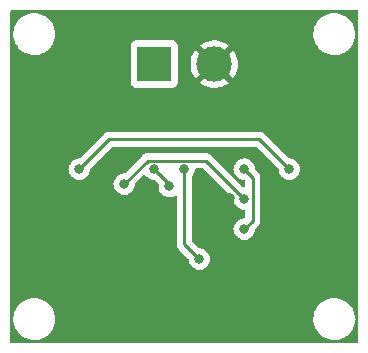
<source format=gbr>
%TF.GenerationSoftware,KiCad,Pcbnew,(6.0.10)*%
%TF.CreationDate,2023-02-16T14:14:42-08:00*%
%TF.ProjectId,Exercise 2,45786572-6369-4736-9520-322e6b696361,rev?*%
%TF.SameCoordinates,Original*%
%TF.FileFunction,Copper,L2,Bot*%
%TF.FilePolarity,Positive*%
%FSLAX46Y46*%
G04 Gerber Fmt 4.6, Leading zero omitted, Abs format (unit mm)*
G04 Created by KiCad (PCBNEW (6.0.10)) date 2023-02-16 14:14:42*
%MOMM*%
%LPD*%
G01*
G04 APERTURE LIST*
%TA.AperFunction,ComponentPad*%
%ADD10R,3.000000X3.000000*%
%TD*%
%TA.AperFunction,ComponentPad*%
%ADD11C,3.000000*%
%TD*%
%TA.AperFunction,ViaPad*%
%ADD12C,0.800000*%
%TD*%
%TA.AperFunction,Conductor*%
%ADD13C,0.254000*%
%TD*%
G04 APERTURE END LIST*
D10*
%TO.P,J1,1,Pin_1*%
%TO.N,GND*%
X154940000Y-81280000D03*
D11*
%TO.P,J1,2,Pin_2*%
%TO.N,+9V*%
X160020000Y-81280000D03*
%TD*%
D12*
%TO.N,U1 Pin 2*%
X162560000Y-95250000D03*
X162560000Y-90170000D03*
%TO.N,GND*%
X154940000Y-90170000D03*
X156210000Y-91623500D03*
%TO.N,Net-(C2-Pad1)*%
X158750000Y-97790000D03*
X157480000Y-90170500D03*
%TO.N,+9V*%
X152400000Y-93436500D03*
X152400000Y-97790000D03*
X161337224Y-92618500D03*
X151130000Y-91983500D03*
%TO.N,Net-(R1-Pad2)*%
X152400000Y-91440000D03*
X162560000Y-92710000D03*
%TO.N,U1 Pin 3*%
X148590000Y-90170000D03*
X166370000Y-90170000D03*
%TD*%
D13*
%TO.N,U1 Pin 2*%
X163287000Y-90897000D02*
X162560000Y-90170000D01*
X163287000Y-94523000D02*
X163287000Y-90897000D01*
X162560000Y-95250000D02*
X163287000Y-94523000D01*
%TO.N,GND*%
X156210000Y-91440000D02*
X154940000Y-90170000D01*
X156210000Y-91623500D02*
X156210000Y-91440000D01*
%TO.N,Net-(C2-Pad1)*%
X157480000Y-96520000D02*
X158750000Y-97790000D01*
X157480000Y-90170500D02*
X157480000Y-96520000D01*
%TO.N,Net-(R1-Pad2)*%
X154396500Y-89443500D02*
X159293500Y-89443500D01*
X152400000Y-91440000D02*
X154396500Y-89443500D01*
X159293500Y-89443500D02*
X162560000Y-92710000D01*
%TO.N,U1 Pin 3*%
X151130000Y-87630000D02*
X148590000Y-90170000D01*
X163830000Y-87630000D02*
X151130000Y-87630000D01*
X166370000Y-90170000D02*
X163830000Y-87630000D01*
%TD*%
%TA.AperFunction,Conductor*%
%TO.N,+9V*%
G36*
X144685096Y-76715235D02*
G01*
X144688436Y-76713150D01*
X144722349Y-76708500D01*
X170062158Y-76708500D01*
X170085096Y-76715235D01*
X170088436Y-76713150D01*
X170122349Y-76708500D01*
X172085500Y-76708500D01*
X172153621Y-76728502D01*
X172200114Y-76782158D01*
X172211500Y-76834500D01*
X172211500Y-78681666D01*
X172191498Y-78749787D01*
X172173242Y-78765605D01*
X172179370Y-78769404D01*
X172209909Y-78833497D01*
X172211500Y-78853454D01*
X172211500Y-102811666D01*
X172191498Y-102879787D01*
X172173242Y-102895605D01*
X172179370Y-102899404D01*
X172209909Y-102963497D01*
X172211500Y-102983454D01*
X172211500Y-104775500D01*
X172191498Y-104843621D01*
X172137842Y-104890114D01*
X172085500Y-104901500D01*
X170275610Y-104901500D01*
X170218628Y-104884769D01*
X170196660Y-104897697D01*
X170165936Y-104901500D01*
X144875610Y-104901500D01*
X144818628Y-104884769D01*
X144796660Y-104897697D01*
X144765936Y-104901500D01*
X142874500Y-104901500D01*
X142806379Y-104881498D01*
X142759886Y-104827842D01*
X142748500Y-104775500D01*
X142748500Y-102896621D01*
X142765069Y-102840191D01*
X142981944Y-102840191D01*
X142995396Y-102861123D01*
X143000355Y-102890576D01*
X143009582Y-103082679D01*
X143009583Y-103082686D01*
X143009807Y-103087352D01*
X143010720Y-103091941D01*
X143035811Y-103218080D01*
X143061378Y-103346616D01*
X143062957Y-103351014D01*
X143062959Y-103351021D01*
X143134294Y-103549704D01*
X143150704Y-103595410D01*
X143152921Y-103599536D01*
X143220301Y-103724936D01*
X143275822Y-103828267D01*
X143278617Y-103832011D01*
X143278619Y-103832013D01*
X143361743Y-103943329D01*
X143433985Y-104040073D01*
X143437292Y-104043351D01*
X143437297Y-104043357D01*
X143536879Y-104142073D01*
X143621718Y-104226174D01*
X143834896Y-104382483D01*
X143839031Y-104384659D01*
X143839035Y-104384661D01*
X143962293Y-104449510D01*
X144068836Y-104505565D01*
X144318400Y-104592716D01*
X144322993Y-104593588D01*
X144573515Y-104641151D01*
X144573518Y-104641151D01*
X144578104Y-104642022D01*
X144770883Y-104649597D01*
X144821419Y-104666618D01*
X144840112Y-104654604D01*
X144861892Y-104650249D01*
X144935339Y-104642205D01*
X145105015Y-104623622D01*
X145109526Y-104622434D01*
X145109528Y-104622434D01*
X145356124Y-104557511D01*
X145356126Y-104557510D01*
X145360647Y-104556320D01*
X145475191Y-104507108D01*
X145599229Y-104453817D01*
X145599231Y-104453816D01*
X145603523Y-104451972D01*
X145828307Y-104312871D01*
X145844788Y-104298919D01*
X146026496Y-104145093D01*
X146026498Y-104145091D01*
X146030063Y-104142073D01*
X146204356Y-103943329D01*
X146278367Y-103828267D01*
X146344831Y-103724936D01*
X146347359Y-103721006D01*
X146455930Y-103479988D01*
X146527683Y-103225570D01*
X146561043Y-102963340D01*
X146563487Y-102870000D01*
X146560018Y-102823314D01*
X168397124Y-102823314D01*
X168398856Y-102859368D01*
X168409807Y-103087352D01*
X168410720Y-103091941D01*
X168435811Y-103218080D01*
X168461378Y-103346616D01*
X168462957Y-103351014D01*
X168462959Y-103351021D01*
X168534294Y-103549704D01*
X168550704Y-103595410D01*
X168552921Y-103599536D01*
X168620301Y-103724936D01*
X168675822Y-103828267D01*
X168678617Y-103832011D01*
X168678619Y-103832013D01*
X168761743Y-103943329D01*
X168833985Y-104040073D01*
X168837292Y-104043351D01*
X168837297Y-104043357D01*
X168936879Y-104142073D01*
X169021718Y-104226174D01*
X169234896Y-104382483D01*
X169239031Y-104384659D01*
X169239035Y-104384661D01*
X169362293Y-104449510D01*
X169468836Y-104505565D01*
X169718400Y-104592716D01*
X169722993Y-104593588D01*
X169973515Y-104641151D01*
X169973518Y-104641151D01*
X169978104Y-104642022D01*
X170170883Y-104649597D01*
X170221419Y-104666618D01*
X170240112Y-104654604D01*
X170261892Y-104650249D01*
X170335339Y-104642205D01*
X170505015Y-104623622D01*
X170509526Y-104622434D01*
X170509528Y-104622434D01*
X170756124Y-104557511D01*
X170756126Y-104557510D01*
X170760647Y-104556320D01*
X170875191Y-104507108D01*
X170999229Y-104453817D01*
X170999231Y-104453816D01*
X171003523Y-104451972D01*
X171228307Y-104312871D01*
X171244788Y-104298919D01*
X171426496Y-104145093D01*
X171426498Y-104145091D01*
X171430063Y-104142073D01*
X171604356Y-103943329D01*
X171678367Y-103828267D01*
X171744831Y-103724936D01*
X171747359Y-103721006D01*
X171855930Y-103479988D01*
X171927683Y-103225570D01*
X171960507Y-102967553D01*
X171988946Y-102902501D01*
X171996804Y-102897268D01*
X171964604Y-102847164D01*
X171959846Y-102821004D01*
X171944243Y-102611036D01*
X171944242Y-102611032D01*
X171943897Y-102606384D01*
X171885557Y-102348559D01*
X171870028Y-102308626D01*
X171791442Y-102106542D01*
X171791441Y-102106540D01*
X171789749Y-102102189D01*
X171763535Y-102056323D01*
X171660897Y-101876745D01*
X171658578Y-101872687D01*
X171494925Y-101665094D01*
X171302385Y-101483970D01*
X171265212Y-101458182D01*
X171089026Y-101335958D01*
X171089021Y-101335955D01*
X171085188Y-101333296D01*
X171080997Y-101331229D01*
X170852294Y-101218445D01*
X170852291Y-101218444D01*
X170848106Y-101216380D01*
X170791150Y-101198148D01*
X170600792Y-101137214D01*
X170600794Y-101137214D01*
X170596347Y-101135791D01*
X170453825Y-101112580D01*
X170340053Y-101094051D01*
X170340052Y-101094051D01*
X170335441Y-101093300D01*
X170203281Y-101091570D01*
X170075798Y-101089901D01*
X170075795Y-101089901D01*
X170071121Y-101089840D01*
X169809192Y-101125486D01*
X169804702Y-101126795D01*
X169804696Y-101126796D01*
X169696732Y-101158265D01*
X169555410Y-101199457D01*
X169551163Y-101201415D01*
X169551160Y-101201416D01*
X169460950Y-101243004D01*
X169315348Y-101310127D01*
X169311439Y-101312690D01*
X169098195Y-101452499D01*
X169098190Y-101452503D01*
X169094282Y-101455065D01*
X168897067Y-101631086D01*
X168728036Y-101834324D01*
X168590901Y-102060314D01*
X168589095Y-102064622D01*
X168589094Y-102064623D01*
X168500233Y-102276534D01*
X168488677Y-102304091D01*
X168487526Y-102308623D01*
X168487525Y-102308626D01*
X168465082Y-102396996D01*
X168423608Y-102560301D01*
X168397124Y-102823314D01*
X146560018Y-102823314D01*
X146559152Y-102811666D01*
X146544243Y-102611036D01*
X146544242Y-102611032D01*
X146543897Y-102606384D01*
X146485557Y-102348559D01*
X146470028Y-102308626D01*
X146391442Y-102106542D01*
X146391441Y-102106540D01*
X146389749Y-102102189D01*
X146363535Y-102056323D01*
X146260897Y-101876745D01*
X146258578Y-101872687D01*
X146094925Y-101665094D01*
X145902385Y-101483970D01*
X145865212Y-101458182D01*
X145689026Y-101335958D01*
X145689021Y-101335955D01*
X145685188Y-101333296D01*
X145680997Y-101331229D01*
X145452294Y-101218445D01*
X145452291Y-101218444D01*
X145448106Y-101216380D01*
X145391150Y-101198148D01*
X145200792Y-101137214D01*
X145200794Y-101137214D01*
X145196347Y-101135791D01*
X145053825Y-101112580D01*
X144940053Y-101094051D01*
X144940052Y-101094051D01*
X144935441Y-101093300D01*
X144803281Y-101091570D01*
X144675798Y-101089901D01*
X144675795Y-101089901D01*
X144671121Y-101089840D01*
X144409192Y-101125486D01*
X144404702Y-101126795D01*
X144404696Y-101126796D01*
X144296732Y-101158265D01*
X144155410Y-101199457D01*
X144151163Y-101201415D01*
X144151160Y-101201416D01*
X144060950Y-101243004D01*
X143915348Y-101310127D01*
X143911439Y-101312690D01*
X143698195Y-101452499D01*
X143698190Y-101452503D01*
X143694282Y-101455065D01*
X143497067Y-101631086D01*
X143328036Y-101834324D01*
X143190901Y-102060314D01*
X143189095Y-102064622D01*
X143189094Y-102064623D01*
X143100233Y-102276534D01*
X143088677Y-102304091D01*
X143087526Y-102308623D01*
X143087525Y-102308626D01*
X143065082Y-102396996D01*
X143023608Y-102560301D01*
X143023139Y-102564959D01*
X142999866Y-102796083D01*
X142981944Y-102840191D01*
X142765069Y-102840191D01*
X142766039Y-102836888D01*
X142750656Y-102806666D01*
X142748500Y-102783459D01*
X142748500Y-91440000D01*
X151486496Y-91440000D01*
X151506458Y-91629928D01*
X151565473Y-91811556D01*
X151660960Y-91976944D01*
X151788747Y-92118866D01*
X151943248Y-92231118D01*
X151949276Y-92233802D01*
X151949278Y-92233803D01*
X152092244Y-92297455D01*
X152117712Y-92308794D01*
X152211112Y-92328647D01*
X152298056Y-92347128D01*
X152298061Y-92347128D01*
X152304513Y-92348500D01*
X152495487Y-92348500D01*
X152501939Y-92347128D01*
X152501944Y-92347128D01*
X152588888Y-92328647D01*
X152682288Y-92308794D01*
X152707756Y-92297455D01*
X152850722Y-92233803D01*
X152850724Y-92233802D01*
X152856752Y-92231118D01*
X153011253Y-92118866D01*
X153139040Y-91976944D01*
X153234527Y-91811556D01*
X153293542Y-91629928D01*
X153310575Y-91467867D01*
X153337588Y-91402210D01*
X153346790Y-91391942D01*
X154026920Y-90711812D01*
X154089232Y-90677786D01*
X154160047Y-90682851D01*
X154209650Y-90716595D01*
X154328747Y-90848866D01*
X154483248Y-90961118D01*
X154489276Y-90963802D01*
X154489278Y-90963803D01*
X154548949Y-90990370D01*
X154657712Y-91038794D01*
X154751113Y-91058647D01*
X154838056Y-91077128D01*
X154838061Y-91077128D01*
X154844513Y-91078500D01*
X154897578Y-91078500D01*
X154965699Y-91098502D01*
X154986673Y-91115405D01*
X155272856Y-91401588D01*
X155306882Y-91463900D01*
X155309071Y-91503853D01*
X155296496Y-91623500D01*
X155297186Y-91630065D01*
X155315601Y-91805271D01*
X155316458Y-91813428D01*
X155375473Y-91995056D01*
X155470960Y-92160444D01*
X155475378Y-92165351D01*
X155475379Y-92165352D01*
X155534595Y-92231118D01*
X155598747Y-92302366D01*
X155753248Y-92414618D01*
X155759276Y-92417302D01*
X155759278Y-92417303D01*
X155905995Y-92482625D01*
X155927712Y-92492294D01*
X156021112Y-92512147D01*
X156108056Y-92530628D01*
X156108061Y-92530628D01*
X156114513Y-92532000D01*
X156305487Y-92532000D01*
X156311939Y-92530628D01*
X156311944Y-92530628D01*
X156398888Y-92512147D01*
X156492288Y-92492294D01*
X156666752Y-92414618D01*
X156667944Y-92417296D01*
X156724514Y-92403581D01*
X156791602Y-92426811D01*
X156835481Y-92482625D01*
X156844500Y-92529437D01*
X156844500Y-96440980D01*
X156843970Y-96452214D01*
X156842292Y-96459719D01*
X156842541Y-96467638D01*
X156844438Y-96528012D01*
X156844500Y-96531969D01*
X156844500Y-96559983D01*
X156844996Y-96563908D01*
X156844996Y-96563909D01*
X156845008Y-96564004D01*
X156845941Y-96575849D01*
X156847335Y-96620205D01*
X156849547Y-96627817D01*
X156853013Y-96639748D01*
X156857023Y-96659112D01*
X156859573Y-96679299D01*
X156862489Y-96686663D01*
X156862490Y-96686668D01*
X156875907Y-96720556D01*
X156879752Y-96731785D01*
X156892131Y-96774393D01*
X156896169Y-96781220D01*
X156896170Y-96781223D01*
X156902488Y-96791906D01*
X156911188Y-96809664D01*
X156915761Y-96821215D01*
X156915765Y-96821221D01*
X156918681Y-96828588D01*
X156942592Y-96861498D01*
X156944764Y-96864488D01*
X156951281Y-96874410D01*
X156969826Y-96905768D01*
X156969829Y-96905772D01*
X156973866Y-96912598D01*
X156988250Y-96926982D01*
X157001091Y-96942016D01*
X157013058Y-96958487D01*
X157019166Y-96963540D01*
X157047255Y-96986777D01*
X157056035Y-96994767D01*
X157803210Y-97741942D01*
X157837236Y-97804254D01*
X157839425Y-97817865D01*
X157856458Y-97979928D01*
X157915473Y-98161556D01*
X158010960Y-98326944D01*
X158138747Y-98468866D01*
X158293248Y-98581118D01*
X158299276Y-98583802D01*
X158299278Y-98583803D01*
X158461681Y-98656109D01*
X158467712Y-98658794D01*
X158561113Y-98678647D01*
X158648056Y-98697128D01*
X158648061Y-98697128D01*
X158654513Y-98698500D01*
X158845487Y-98698500D01*
X158851939Y-98697128D01*
X158851944Y-98697128D01*
X158938887Y-98678647D01*
X159032288Y-98658794D01*
X159038319Y-98656109D01*
X159200722Y-98583803D01*
X159200724Y-98583802D01*
X159206752Y-98581118D01*
X159361253Y-98468866D01*
X159489040Y-98326944D01*
X159584527Y-98161556D01*
X159643542Y-97979928D01*
X159663504Y-97790000D01*
X159643542Y-97600072D01*
X159584527Y-97418444D01*
X159489040Y-97253056D01*
X159361253Y-97111134D01*
X159206752Y-96998882D01*
X159200724Y-96996198D01*
X159200722Y-96996197D01*
X159038319Y-96923891D01*
X159038318Y-96923891D01*
X159032288Y-96921206D01*
X158938888Y-96901353D01*
X158851944Y-96882872D01*
X158851939Y-96882872D01*
X158845487Y-96881500D01*
X158792423Y-96881500D01*
X158724302Y-96861498D01*
X158703328Y-96844595D01*
X158152405Y-96293672D01*
X158118379Y-96231360D01*
X158115500Y-96204577D01*
X158115500Y-90870803D01*
X158135502Y-90802682D01*
X158147864Y-90786493D01*
X158214621Y-90712352D01*
X158214622Y-90712351D01*
X158219040Y-90707444D01*
X158314527Y-90542056D01*
X158373542Y-90360428D01*
X158374285Y-90353365D01*
X158391262Y-90191830D01*
X158418275Y-90126173D01*
X158476497Y-90085543D01*
X158516572Y-90079000D01*
X158978078Y-90079000D01*
X159046199Y-90099002D01*
X159067173Y-90115905D01*
X161613210Y-92661943D01*
X161647236Y-92724255D01*
X161649425Y-92737868D01*
X161666458Y-92899928D01*
X161725473Y-93081556D01*
X161820960Y-93246944D01*
X161948747Y-93388866D01*
X162103248Y-93501118D01*
X162109276Y-93503802D01*
X162109278Y-93503803D01*
X162271681Y-93576109D01*
X162277712Y-93578794D01*
X162371113Y-93598647D01*
X162458056Y-93617128D01*
X162458061Y-93617128D01*
X162464513Y-93618500D01*
X162525500Y-93618500D01*
X162593621Y-93638502D01*
X162640114Y-93692158D01*
X162651500Y-93744500D01*
X162651500Y-94207577D01*
X162631498Y-94275698D01*
X162614595Y-94296672D01*
X162606672Y-94304595D01*
X162544360Y-94338621D01*
X162517577Y-94341500D01*
X162464513Y-94341500D01*
X162458061Y-94342872D01*
X162458056Y-94342872D01*
X162371112Y-94361353D01*
X162277712Y-94381206D01*
X162271682Y-94383891D01*
X162271681Y-94383891D01*
X162109278Y-94456197D01*
X162109276Y-94456198D01*
X162103248Y-94458882D01*
X161948747Y-94571134D01*
X161820960Y-94713056D01*
X161725473Y-94878444D01*
X161666458Y-95060072D01*
X161646496Y-95250000D01*
X161666458Y-95439928D01*
X161725473Y-95621556D01*
X161820960Y-95786944D01*
X161948747Y-95928866D01*
X162103248Y-96041118D01*
X162109276Y-96043802D01*
X162109278Y-96043803D01*
X162271681Y-96116109D01*
X162277712Y-96118794D01*
X162371112Y-96138647D01*
X162458056Y-96157128D01*
X162458061Y-96157128D01*
X162464513Y-96158500D01*
X162655487Y-96158500D01*
X162661939Y-96157128D01*
X162661944Y-96157128D01*
X162748887Y-96138647D01*
X162842288Y-96118794D01*
X162848319Y-96116109D01*
X163010722Y-96043803D01*
X163010724Y-96043802D01*
X163016752Y-96041118D01*
X163171253Y-95928866D01*
X163299040Y-95786944D01*
X163394527Y-95621556D01*
X163453542Y-95439928D01*
X163470575Y-95277867D01*
X163497588Y-95212210D01*
X163506790Y-95201942D01*
X163680477Y-95028255D01*
X163688803Y-95020678D01*
X163695303Y-95016553D01*
X163742101Y-94966718D01*
X163744855Y-94963877D01*
X163764638Y-94944094D01*
X163767129Y-94940883D01*
X163774838Y-94931856D01*
X163799789Y-94905286D01*
X163805217Y-94899506D01*
X163815022Y-94881671D01*
X163825876Y-94865147D01*
X163833491Y-94855330D01*
X163833492Y-94855329D01*
X163838349Y-94849067D01*
X163855969Y-94808350D01*
X163861192Y-94797689D01*
X163878749Y-94765753D01*
X163878751Y-94765748D01*
X163882569Y-94758803D01*
X163884539Y-94751129D01*
X163884542Y-94751122D01*
X163887632Y-94739087D01*
X163894036Y-94720382D01*
X163898967Y-94708987D01*
X163902117Y-94701708D01*
X163909060Y-94657873D01*
X163911467Y-94646251D01*
X163922500Y-94603282D01*
X163922500Y-94582935D01*
X163924051Y-94563224D01*
X163925995Y-94550950D01*
X163927235Y-94543121D01*
X163923059Y-94498944D01*
X163922500Y-94487086D01*
X163922500Y-90976020D01*
X163923030Y-90964786D01*
X163924708Y-90957281D01*
X163922562Y-90888988D01*
X163922500Y-90885031D01*
X163922500Y-90857017D01*
X163921992Y-90852996D01*
X163921058Y-90841144D01*
X163920471Y-90822437D01*
X163919665Y-90796795D01*
X163913987Y-90777251D01*
X163909977Y-90757888D01*
X163908420Y-90745560D01*
X163908420Y-90745558D01*
X163907427Y-90737701D01*
X163904511Y-90730337D01*
X163904510Y-90730332D01*
X163891093Y-90696444D01*
X163887248Y-90685215D01*
X163883188Y-90671241D01*
X163874869Y-90642607D01*
X163864510Y-90625091D01*
X163855813Y-90607341D01*
X163848319Y-90588412D01*
X163822240Y-90552517D01*
X163815722Y-90542595D01*
X163797170Y-90511224D01*
X163797166Y-90511219D01*
X163793134Y-90504401D01*
X163778747Y-90490014D01*
X163765906Y-90474980D01*
X163758602Y-90464927D01*
X163753942Y-90458513D01*
X163719750Y-90430227D01*
X163710971Y-90422238D01*
X163506790Y-90218057D01*
X163472764Y-90155745D01*
X163470575Y-90142132D01*
X163454232Y-89986635D01*
X163454232Y-89986633D01*
X163453542Y-89980072D01*
X163394527Y-89798444D01*
X163299040Y-89633056D01*
X163171253Y-89491134D01*
X163016752Y-89378882D01*
X163010724Y-89376198D01*
X163010722Y-89376197D01*
X162848319Y-89303891D01*
X162848318Y-89303891D01*
X162842288Y-89301206D01*
X162748887Y-89281353D01*
X162661944Y-89262872D01*
X162661939Y-89262872D01*
X162655487Y-89261500D01*
X162464513Y-89261500D01*
X162458061Y-89262872D01*
X162458056Y-89262872D01*
X162371113Y-89281353D01*
X162277712Y-89301206D01*
X162271682Y-89303891D01*
X162271681Y-89303891D01*
X162109278Y-89376197D01*
X162109276Y-89376198D01*
X162103248Y-89378882D01*
X161948747Y-89491134D01*
X161820960Y-89633056D01*
X161725473Y-89798444D01*
X161666458Y-89980072D01*
X161665768Y-89986633D01*
X161665768Y-89986635D01*
X161651547Y-90121942D01*
X161646496Y-90170000D01*
X161666458Y-90359928D01*
X161725473Y-90541556D01*
X161728776Y-90547278D01*
X161728777Y-90547279D01*
X161750121Y-90584247D01*
X161820960Y-90706944D01*
X161825378Y-90711851D01*
X161825379Y-90711852D01*
X161903653Y-90798784D01*
X161925222Y-90843728D01*
X161946184Y-90848288D01*
X161959859Y-90856939D01*
X162103248Y-90961118D01*
X162109276Y-90963802D01*
X162109278Y-90963803D01*
X162168949Y-90990370D01*
X162277712Y-91038794D01*
X162371113Y-91058647D01*
X162458056Y-91077128D01*
X162458061Y-91077128D01*
X162464513Y-91078500D01*
X162517578Y-91078500D01*
X162585699Y-91098502D01*
X162606673Y-91115405D01*
X162614595Y-91123327D01*
X162648621Y-91185639D01*
X162651500Y-91212422D01*
X162651500Y-91598577D01*
X162631498Y-91666698D01*
X162577842Y-91713191D01*
X162507568Y-91723295D01*
X162442988Y-91693801D01*
X162436405Y-91687672D01*
X161796704Y-91047971D01*
X161768987Y-90997213D01*
X161743927Y-90990370D01*
X161720922Y-90972189D01*
X159798750Y-89050017D01*
X159791174Y-89041691D01*
X159787053Y-89035197D01*
X159737234Y-88988414D01*
X159734393Y-88985660D01*
X159714594Y-88965861D01*
X159711469Y-88963437D01*
X159711460Y-88963429D01*
X159711374Y-88963363D01*
X159702349Y-88955655D01*
X159675785Y-88930710D01*
X159670006Y-88925283D01*
X159652169Y-88915477D01*
X159635653Y-88904627D01*
X159619567Y-88892150D01*
X159578834Y-88874524D01*
X159568186Y-88869307D01*
X159539289Y-88853421D01*
X159529303Y-88847931D01*
X159521628Y-88845960D01*
X159521622Y-88845958D01*
X159509589Y-88842869D01*
X159490887Y-88836466D01*
X159472208Y-88828383D01*
X159432407Y-88822079D01*
X159428373Y-88821440D01*
X159416760Y-88819035D01*
X159373782Y-88808000D01*
X159353435Y-88808000D01*
X159333724Y-88806449D01*
X159321450Y-88804505D01*
X159313621Y-88803265D01*
X159305729Y-88804011D01*
X159269444Y-88807441D01*
X159257586Y-88808000D01*
X154475520Y-88808000D01*
X154464291Y-88807471D01*
X154456781Y-88805792D01*
X154448855Y-88806041D01*
X154448854Y-88806041D01*
X154388502Y-88807938D01*
X154384544Y-88808000D01*
X154356517Y-88808000D01*
X154352471Y-88808511D01*
X154340643Y-88809442D01*
X154296295Y-88810836D01*
X154288677Y-88813049D01*
X154288678Y-88813049D01*
X154276754Y-88816513D01*
X154257394Y-88820522D01*
X154245066Y-88822079D01*
X154245063Y-88822080D01*
X154237201Y-88823073D01*
X154229835Y-88825990D01*
X154229829Y-88825991D01*
X154195939Y-88839409D01*
X154184712Y-88843253D01*
X154142107Y-88855631D01*
X154135288Y-88859664D01*
X154135283Y-88859666D01*
X154124591Y-88865990D01*
X154106841Y-88874687D01*
X154087912Y-88882181D01*
X154081496Y-88886842D01*
X154081495Y-88886843D01*
X154052019Y-88908259D01*
X154042095Y-88914778D01*
X154010724Y-88933330D01*
X154010719Y-88933334D01*
X154003901Y-88937366D01*
X153989514Y-88951753D01*
X153974480Y-88964594D01*
X153958013Y-88976558D01*
X153952960Y-88982666D01*
X153929728Y-89010749D01*
X153921738Y-89019529D01*
X152446672Y-90494595D01*
X152384360Y-90528621D01*
X152357577Y-90531500D01*
X152304513Y-90531500D01*
X152298061Y-90532872D01*
X152298056Y-90532872D01*
X152211113Y-90551353D01*
X152117712Y-90571206D01*
X152111682Y-90573891D01*
X152111681Y-90573891D01*
X151949278Y-90646197D01*
X151949276Y-90646198D01*
X151943248Y-90648882D01*
X151788747Y-90761134D01*
X151784326Y-90766044D01*
X151784325Y-90766045D01*
X151698852Y-90860973D01*
X151660960Y-90903056D01*
X151565473Y-91068444D01*
X151506458Y-91250072D01*
X151486496Y-91440000D01*
X142748500Y-91440000D01*
X142748500Y-90170000D01*
X147676496Y-90170000D01*
X147696458Y-90359928D01*
X147755473Y-90541556D01*
X147758776Y-90547278D01*
X147758777Y-90547279D01*
X147780121Y-90584247D01*
X147850960Y-90706944D01*
X147855378Y-90711851D01*
X147855379Y-90711852D01*
X147922586Y-90786493D01*
X147978747Y-90848866D01*
X148133248Y-90961118D01*
X148139276Y-90963802D01*
X148139278Y-90963803D01*
X148198949Y-90990370D01*
X148307712Y-91038794D01*
X148401113Y-91058647D01*
X148488056Y-91077128D01*
X148488061Y-91077128D01*
X148494513Y-91078500D01*
X148685487Y-91078500D01*
X148691939Y-91077128D01*
X148691944Y-91077128D01*
X148778888Y-91058647D01*
X148872288Y-91038794D01*
X148981051Y-90990370D01*
X149040722Y-90963803D01*
X149040724Y-90963802D01*
X149046752Y-90961118D01*
X149201253Y-90848866D01*
X149257414Y-90786493D01*
X149324621Y-90711852D01*
X149324622Y-90711851D01*
X149329040Y-90706944D01*
X149399879Y-90584247D01*
X149421223Y-90547279D01*
X149421224Y-90547278D01*
X149424527Y-90541556D01*
X149483542Y-90359928D01*
X149500575Y-90197867D01*
X149527588Y-90132210D01*
X149536790Y-90121942D01*
X151356327Y-88302405D01*
X151418639Y-88268379D01*
X151445422Y-88265500D01*
X163514578Y-88265500D01*
X163582699Y-88285502D01*
X163603673Y-88302405D01*
X165423210Y-90121942D01*
X165457236Y-90184254D01*
X165459425Y-90197865D01*
X165476458Y-90359928D01*
X165535473Y-90541556D01*
X165538776Y-90547278D01*
X165538777Y-90547279D01*
X165560121Y-90584247D01*
X165630960Y-90706944D01*
X165635378Y-90711851D01*
X165635379Y-90711852D01*
X165702586Y-90786493D01*
X165758747Y-90848866D01*
X165913248Y-90961118D01*
X165919276Y-90963802D01*
X165919278Y-90963803D01*
X165978949Y-90990370D01*
X166087712Y-91038794D01*
X166181113Y-91058647D01*
X166268056Y-91077128D01*
X166268061Y-91077128D01*
X166274513Y-91078500D01*
X166465487Y-91078500D01*
X166471939Y-91077128D01*
X166471944Y-91077128D01*
X166558888Y-91058647D01*
X166652288Y-91038794D01*
X166761051Y-90990370D01*
X166820722Y-90963803D01*
X166820724Y-90963802D01*
X166826752Y-90961118D01*
X166981253Y-90848866D01*
X167037414Y-90786493D01*
X167104621Y-90711852D01*
X167104622Y-90711851D01*
X167109040Y-90706944D01*
X167179879Y-90584247D01*
X167201223Y-90547279D01*
X167201224Y-90547278D01*
X167204527Y-90541556D01*
X167263542Y-90359928D01*
X167283504Y-90170000D01*
X167278453Y-90121942D01*
X167264232Y-89986635D01*
X167264232Y-89986633D01*
X167263542Y-89980072D01*
X167204527Y-89798444D01*
X167109040Y-89633056D01*
X166981253Y-89491134D01*
X166826752Y-89378882D01*
X166820724Y-89376198D01*
X166820722Y-89376197D01*
X166658319Y-89303891D01*
X166658318Y-89303891D01*
X166652288Y-89301206D01*
X166558887Y-89281353D01*
X166471944Y-89262872D01*
X166471939Y-89262872D01*
X166465487Y-89261500D01*
X166412423Y-89261500D01*
X166344302Y-89241498D01*
X166323328Y-89224595D01*
X164335250Y-87236517D01*
X164327674Y-87228191D01*
X164323553Y-87221697D01*
X164273734Y-87174914D01*
X164270893Y-87172160D01*
X164251094Y-87152361D01*
X164247969Y-87149937D01*
X164247960Y-87149929D01*
X164247874Y-87149863D01*
X164238849Y-87142155D01*
X164212285Y-87117210D01*
X164206506Y-87111783D01*
X164188669Y-87101977D01*
X164172153Y-87091127D01*
X164156067Y-87078650D01*
X164115334Y-87061024D01*
X164104686Y-87055807D01*
X164075791Y-87039922D01*
X164065803Y-87034431D01*
X164058128Y-87032460D01*
X164058122Y-87032458D01*
X164046089Y-87029369D01*
X164027387Y-87022966D01*
X164008708Y-87014883D01*
X163968913Y-87008580D01*
X163964873Y-87007940D01*
X163953260Y-87005535D01*
X163910282Y-86994500D01*
X163889935Y-86994500D01*
X163870224Y-86992949D01*
X163857950Y-86991005D01*
X163850121Y-86989765D01*
X163842229Y-86990511D01*
X163805944Y-86993941D01*
X163794086Y-86994500D01*
X151209020Y-86994500D01*
X151197791Y-86993971D01*
X151190281Y-86992292D01*
X151182355Y-86992541D01*
X151182354Y-86992541D01*
X151122002Y-86994438D01*
X151118044Y-86994500D01*
X151090017Y-86994500D01*
X151085971Y-86995011D01*
X151074143Y-86995942D01*
X151029795Y-86997336D01*
X151022178Y-86999549D01*
X151010253Y-87003013D01*
X150990894Y-87007022D01*
X150989633Y-87007181D01*
X150970701Y-87009573D01*
X150963337Y-87012489D01*
X150963332Y-87012490D01*
X150941421Y-87021166D01*
X150929428Y-87025914D01*
X150918224Y-87029751D01*
X150875607Y-87042132D01*
X150858094Y-87052489D01*
X150840343Y-87061185D01*
X150828785Y-87065761D01*
X150828780Y-87065764D01*
X150821412Y-87068681D01*
X150814997Y-87073342D01*
X150785507Y-87094767D01*
X150775585Y-87101284D01*
X150744228Y-87119828D01*
X150744225Y-87119830D01*
X150737401Y-87123866D01*
X150723014Y-87138253D01*
X150707980Y-87151094D01*
X150691513Y-87163058D01*
X150686460Y-87169166D01*
X150663228Y-87197249D01*
X150655238Y-87206029D01*
X148636672Y-89224595D01*
X148574360Y-89258621D01*
X148547577Y-89261500D01*
X148494513Y-89261500D01*
X148488061Y-89262872D01*
X148488056Y-89262872D01*
X148401113Y-89281353D01*
X148307712Y-89301206D01*
X148301682Y-89303891D01*
X148301681Y-89303891D01*
X148139278Y-89376197D01*
X148139276Y-89376198D01*
X148133248Y-89378882D01*
X147978747Y-89491134D01*
X147850960Y-89633056D01*
X147755473Y-89798444D01*
X147696458Y-89980072D01*
X147695768Y-89986633D01*
X147695768Y-89986635D01*
X147681547Y-90121942D01*
X147676496Y-90170000D01*
X142748500Y-90170000D01*
X142748500Y-82828134D01*
X152931500Y-82828134D01*
X152938255Y-82890316D01*
X152989385Y-83026705D01*
X153076739Y-83143261D01*
X153193295Y-83230615D01*
X153329684Y-83281745D01*
X153391866Y-83288500D01*
X156488134Y-83288500D01*
X156550316Y-83281745D01*
X156686705Y-83230615D01*
X156803261Y-83143261D01*
X156890615Y-83026705D01*
X156941745Y-82890316D01*
X156943990Y-82869654D01*
X158795618Y-82869654D01*
X158802673Y-82879627D01*
X158833679Y-82905551D01*
X158840598Y-82910579D01*
X159065272Y-83051515D01*
X159072807Y-83055556D01*
X159314520Y-83164694D01*
X159322551Y-83167680D01*
X159576832Y-83243002D01*
X159585184Y-83244869D01*
X159847340Y-83284984D01*
X159855874Y-83285700D01*
X160121045Y-83289867D01*
X160129596Y-83289418D01*
X160392883Y-83257557D01*
X160401284Y-83255955D01*
X160657824Y-83188653D01*
X160665926Y-83185926D01*
X160910949Y-83084434D01*
X160918617Y-83080628D01*
X161147598Y-82946822D01*
X161154679Y-82942009D01*
X161234655Y-82879301D01*
X161243125Y-82867442D01*
X161236608Y-82855818D01*
X160032812Y-81652022D01*
X160018868Y-81644408D01*
X160017035Y-81644539D01*
X160010420Y-81648790D01*
X158802910Y-82856300D01*
X158795618Y-82869654D01*
X156943990Y-82869654D01*
X156948500Y-82828134D01*
X156948500Y-81263204D01*
X158007665Y-81263204D01*
X158022932Y-81527969D01*
X158024005Y-81536470D01*
X158075065Y-81796722D01*
X158077276Y-81804974D01*
X158163184Y-82055894D01*
X158166499Y-82063779D01*
X158285664Y-82300713D01*
X158290020Y-82308079D01*
X158419347Y-82496250D01*
X158429601Y-82504594D01*
X158443342Y-82497448D01*
X159647978Y-81292812D01*
X159654356Y-81281132D01*
X160384408Y-81281132D01*
X160384539Y-81282965D01*
X160388790Y-81289580D01*
X161595730Y-82496520D01*
X161607939Y-82503187D01*
X161619439Y-82494497D01*
X161716831Y-82361913D01*
X161721418Y-82354685D01*
X161847962Y-82121621D01*
X161851530Y-82113827D01*
X161945271Y-81865750D01*
X161947748Y-81857544D01*
X162006954Y-81599038D01*
X162008294Y-81590577D01*
X162032031Y-81324616D01*
X162032277Y-81319677D01*
X162032666Y-81282485D01*
X162032523Y-81277519D01*
X162014362Y-81011123D01*
X162013201Y-81002649D01*
X161959419Y-80742944D01*
X161957120Y-80734709D01*
X161868588Y-80484705D01*
X161865191Y-80476854D01*
X161743550Y-80241178D01*
X161739122Y-80233866D01*
X161620031Y-80064417D01*
X161609509Y-80056037D01*
X161596121Y-80063089D01*
X160392022Y-81267188D01*
X160384408Y-81281132D01*
X159654356Y-81281132D01*
X159655592Y-81278868D01*
X159655461Y-81277035D01*
X159651210Y-81270420D01*
X158443814Y-80063024D01*
X158431804Y-80056466D01*
X158420064Y-80065434D01*
X158311935Y-80215911D01*
X158307418Y-80223196D01*
X158183325Y-80457567D01*
X158179839Y-80465395D01*
X158088700Y-80714446D01*
X158086311Y-80722670D01*
X158029812Y-80981795D01*
X158028563Y-80990250D01*
X158007754Y-81254653D01*
X158007665Y-81263204D01*
X156948500Y-81263204D01*
X156948500Y-79731866D01*
X156944224Y-79692500D01*
X158796584Y-79692500D01*
X158802980Y-79703770D01*
X160007188Y-80907978D01*
X160021132Y-80915592D01*
X160022965Y-80915461D01*
X160029580Y-80911210D01*
X161236604Y-79704186D01*
X161243795Y-79691017D01*
X161236473Y-79680780D01*
X161189233Y-79642115D01*
X161182261Y-79637160D01*
X160956122Y-79498582D01*
X160948552Y-79494624D01*
X160705704Y-79388022D01*
X160697644Y-79385120D01*
X160442592Y-79312467D01*
X160434214Y-79310685D01*
X160171656Y-79273318D01*
X160163111Y-79272691D01*
X159897908Y-79271302D01*
X159889374Y-79271839D01*
X159626433Y-79306456D01*
X159618035Y-79308149D01*
X159362238Y-79378127D01*
X159354143Y-79380946D01*
X159110199Y-79484997D01*
X159102577Y-79488881D01*
X158875013Y-79625075D01*
X158867981Y-79629962D01*
X158805053Y-79680377D01*
X158796584Y-79692500D01*
X156944224Y-79692500D01*
X156941745Y-79669684D01*
X156890615Y-79533295D01*
X156803261Y-79416739D01*
X156686705Y-79329385D01*
X156550316Y-79278255D01*
X156488134Y-79271500D01*
X153391866Y-79271500D01*
X153329684Y-79278255D01*
X153193295Y-79329385D01*
X153076739Y-79416739D01*
X152989385Y-79533295D01*
X152938255Y-79669684D01*
X152931500Y-79731866D01*
X152931500Y-82828134D01*
X142748500Y-82828134D01*
X142748500Y-78766621D01*
X142765069Y-78710191D01*
X142981944Y-78710191D01*
X142995396Y-78731123D01*
X143000355Y-78760576D01*
X143009582Y-78952679D01*
X143009583Y-78952686D01*
X143009807Y-78957352D01*
X143010720Y-78961941D01*
X143035811Y-79088080D01*
X143061378Y-79216616D01*
X143062957Y-79221014D01*
X143062959Y-79221021D01*
X143119366Y-79378127D01*
X143150704Y-79465410D01*
X143152921Y-79469536D01*
X143245651Y-79642115D01*
X143275822Y-79698267D01*
X143278617Y-79702011D01*
X143278619Y-79702013D01*
X143361743Y-79813329D01*
X143433985Y-79910073D01*
X143437292Y-79913351D01*
X143437297Y-79913357D01*
X143590708Y-80065434D01*
X143621718Y-80096174D01*
X143834896Y-80252483D01*
X143839031Y-80254659D01*
X143839035Y-80254661D01*
X143962293Y-80319510D01*
X144068836Y-80375565D01*
X144318400Y-80462716D01*
X144322993Y-80463588D01*
X144573515Y-80511151D01*
X144573518Y-80511151D01*
X144578104Y-80512022D01*
X144710174Y-80517212D01*
X144837575Y-80522218D01*
X144837581Y-80522218D01*
X144842243Y-80522401D01*
X145105015Y-80493622D01*
X145109526Y-80492434D01*
X145109528Y-80492434D01*
X145356124Y-80427511D01*
X145356126Y-80427510D01*
X145360647Y-80426320D01*
X145475191Y-80377108D01*
X145599229Y-80323817D01*
X145599231Y-80323816D01*
X145603523Y-80321972D01*
X145828307Y-80182871D01*
X145844788Y-80168919D01*
X146026496Y-80015093D01*
X146026498Y-80015091D01*
X146030063Y-80012073D01*
X146204356Y-79813329D01*
X146278367Y-79698267D01*
X146344831Y-79594936D01*
X146347359Y-79591006D01*
X146455930Y-79349988D01*
X146527683Y-79095570D01*
X146561043Y-78833340D01*
X146563487Y-78740000D01*
X146560018Y-78693314D01*
X168397124Y-78693314D01*
X168398856Y-78729368D01*
X168409807Y-78957352D01*
X168410720Y-78961941D01*
X168435811Y-79088080D01*
X168461378Y-79216616D01*
X168462957Y-79221014D01*
X168462959Y-79221021D01*
X168519366Y-79378127D01*
X168550704Y-79465410D01*
X168552921Y-79469536D01*
X168645651Y-79642115D01*
X168675822Y-79698267D01*
X168678617Y-79702011D01*
X168678619Y-79702013D01*
X168761743Y-79813329D01*
X168833985Y-79910073D01*
X168837292Y-79913351D01*
X168837297Y-79913357D01*
X168990708Y-80065434D01*
X169021718Y-80096174D01*
X169234896Y-80252483D01*
X169239031Y-80254659D01*
X169239035Y-80254661D01*
X169362293Y-80319510D01*
X169468836Y-80375565D01*
X169718400Y-80462716D01*
X169722993Y-80463588D01*
X169973515Y-80511151D01*
X169973518Y-80511151D01*
X169978104Y-80512022D01*
X170110174Y-80517212D01*
X170237575Y-80522218D01*
X170237581Y-80522218D01*
X170242243Y-80522401D01*
X170505015Y-80493622D01*
X170509526Y-80492434D01*
X170509528Y-80492434D01*
X170756124Y-80427511D01*
X170756126Y-80427510D01*
X170760647Y-80426320D01*
X170875191Y-80377108D01*
X170999229Y-80323817D01*
X170999231Y-80323816D01*
X171003523Y-80321972D01*
X171228307Y-80182871D01*
X171244788Y-80168919D01*
X171426496Y-80015093D01*
X171426498Y-80015091D01*
X171430063Y-80012073D01*
X171604356Y-79813329D01*
X171678367Y-79698267D01*
X171744831Y-79594936D01*
X171747359Y-79591006D01*
X171855930Y-79349988D01*
X171927683Y-79095570D01*
X171960507Y-78837553D01*
X171988946Y-78772501D01*
X171996804Y-78767268D01*
X171964604Y-78717164D01*
X171959846Y-78691004D01*
X171944243Y-78481036D01*
X171944242Y-78481032D01*
X171943897Y-78476384D01*
X171885557Y-78218559D01*
X171870028Y-78178626D01*
X171791442Y-77976542D01*
X171791441Y-77976540D01*
X171789749Y-77972189D01*
X171763535Y-77926323D01*
X171660897Y-77746745D01*
X171658578Y-77742687D01*
X171494925Y-77535094D01*
X171302385Y-77353970D01*
X171265212Y-77328182D01*
X171089026Y-77205958D01*
X171089021Y-77205955D01*
X171085188Y-77203296D01*
X171080997Y-77201229D01*
X170852294Y-77088445D01*
X170852291Y-77088444D01*
X170848106Y-77086380D01*
X170791150Y-77068148D01*
X170600792Y-77007214D01*
X170600794Y-77007214D01*
X170596347Y-77005791D01*
X170453825Y-76982580D01*
X170340053Y-76964051D01*
X170340052Y-76964051D01*
X170335441Y-76963300D01*
X170120700Y-76960489D01*
X170099762Y-76954042D01*
X170097656Y-76955396D01*
X170072197Y-76959854D01*
X170071121Y-76959840D01*
X169809192Y-76995486D01*
X169804702Y-76996795D01*
X169804696Y-76996796D01*
X169696732Y-77028265D01*
X169555410Y-77069457D01*
X169551163Y-77071415D01*
X169551160Y-77071416D01*
X169460950Y-77113004D01*
X169315348Y-77180127D01*
X169311439Y-77182690D01*
X169098195Y-77322499D01*
X169098190Y-77322503D01*
X169094282Y-77325065D01*
X168897067Y-77501086D01*
X168728036Y-77704324D01*
X168590901Y-77930314D01*
X168589095Y-77934622D01*
X168589094Y-77934623D01*
X168500233Y-78146534D01*
X168488677Y-78174091D01*
X168487526Y-78178623D01*
X168487525Y-78178626D01*
X168465082Y-78266996D01*
X168423608Y-78430301D01*
X168397124Y-78693314D01*
X146560018Y-78693314D01*
X146559152Y-78681666D01*
X146544243Y-78481036D01*
X146544242Y-78481032D01*
X146543897Y-78476384D01*
X146485557Y-78218559D01*
X146470028Y-78178626D01*
X146391442Y-77976542D01*
X146391441Y-77976540D01*
X146389749Y-77972189D01*
X146363535Y-77926323D01*
X146260897Y-77746745D01*
X146258578Y-77742687D01*
X146094925Y-77535094D01*
X145902385Y-77353970D01*
X145865212Y-77328182D01*
X145689026Y-77205958D01*
X145689021Y-77205955D01*
X145685188Y-77203296D01*
X145680997Y-77201229D01*
X145452294Y-77088445D01*
X145452291Y-77088444D01*
X145448106Y-77086380D01*
X145391150Y-77068148D01*
X145200792Y-77007214D01*
X145200794Y-77007214D01*
X145196347Y-77005791D01*
X145053825Y-76982580D01*
X144940053Y-76964051D01*
X144940052Y-76964051D01*
X144935441Y-76963300D01*
X144720700Y-76960489D01*
X144699762Y-76954042D01*
X144697656Y-76955396D01*
X144672197Y-76959854D01*
X144671121Y-76959840D01*
X144409192Y-76995486D01*
X144404702Y-76996795D01*
X144404696Y-76996796D01*
X144296732Y-77028265D01*
X144155410Y-77069457D01*
X144151163Y-77071415D01*
X144151160Y-77071416D01*
X144060950Y-77113004D01*
X143915348Y-77180127D01*
X143911439Y-77182690D01*
X143698195Y-77322499D01*
X143698190Y-77322503D01*
X143694282Y-77325065D01*
X143497067Y-77501086D01*
X143328036Y-77704324D01*
X143190901Y-77930314D01*
X143189095Y-77934622D01*
X143189094Y-77934623D01*
X143100233Y-78146534D01*
X143088677Y-78174091D01*
X143087526Y-78178623D01*
X143087525Y-78178626D01*
X143065082Y-78266996D01*
X143023608Y-78430301D01*
X143023139Y-78434959D01*
X142999866Y-78666083D01*
X142981944Y-78710191D01*
X142765069Y-78710191D01*
X142766039Y-78706888D01*
X142750656Y-78676666D01*
X142748500Y-78653459D01*
X142748500Y-76834500D01*
X142768502Y-76766379D01*
X142822158Y-76719886D01*
X142874500Y-76708500D01*
X144662158Y-76708500D01*
X144685096Y-76715235D01*
G37*
%TD.AperFunction*%
%TD*%
M02*

</source>
